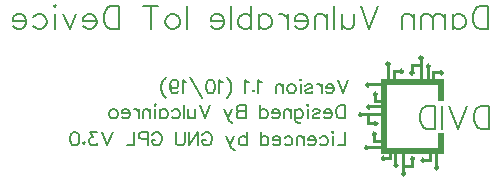
<source format=gbo>
G04 Layer: BottomSilkLayer*
G04 EasyEDA v6.2.46, 2019-10-16T15:20:01+02:00*
G04 17d91261987f4ea7b1e2a014808d89e6,c2ce4b80da084e9d99782b66b1536189,10*
G04 Gerber Generator version 0.2*
G04 Scale: 100 percent, Rotated: No, Reflected: No *
G04 Dimensions in millimeters *
G04 leading zeros omitted , absolute positions ,3 integer and 3 decimal *
%FSLAX33Y33*%
%MOMM*%
G90*
G71D02*

%ADD10C,0.254000*%
%ADD22C,0.203200*%

%LPD*%
G54D22*
G01X32450Y42923D02*
G01X32013Y41778D01*
G01X31577Y42923D02*
G01X32013Y41778D01*
G01X31217Y42214D02*
G01X30563Y42214D01*
G01X30563Y42323D01*
G01X30617Y42432D01*
G01X30672Y42487D01*
G01X30781Y42541D01*
G01X30944Y42541D01*
G01X31053Y42487D01*
G01X31163Y42378D01*
G01X31217Y42214D01*
G01X31217Y42105D01*
G01X31163Y41941D01*
G01X31053Y41832D01*
G01X30944Y41778D01*
G01X30781Y41778D01*
G01X30672Y41832D01*
G01X30563Y41941D01*
G01X30203Y42541D02*
G01X30203Y41778D01*
G01X30203Y42214D02*
G01X30148Y42378D01*
G01X30039Y42487D01*
G01X29930Y42541D01*
G01X29766Y42541D01*
G01X28806Y42378D02*
G01X28861Y42487D01*
G01X29024Y42541D01*
G01X29188Y42541D01*
G01X29352Y42487D01*
G01X29406Y42378D01*
G01X29352Y42269D01*
G01X29243Y42214D01*
G01X28970Y42160D01*
G01X28861Y42105D01*
G01X28806Y41996D01*
G01X28806Y41941D01*
G01X28861Y41832D01*
G01X29024Y41778D01*
G01X29188Y41778D01*
G01X29352Y41832D01*
G01X29406Y41941D01*
G01X28446Y42923D02*
G01X28392Y42869D01*
G01X28337Y42923D01*
G01X28392Y42978D01*
G01X28446Y42923D01*
G01X28392Y42541D02*
G01X28392Y41778D01*
G01X27704Y42541D02*
G01X27813Y42487D01*
G01X27923Y42378D01*
G01X27977Y42214D01*
G01X27977Y42105D01*
G01X27923Y41941D01*
G01X27813Y41832D01*
G01X27704Y41778D01*
G01X27541Y41778D01*
G01X27432Y41832D01*
G01X27323Y41941D01*
G01X27268Y42105D01*
G01X27268Y42214D01*
G01X27323Y42378D01*
G01X27432Y42487D01*
G01X27541Y42541D01*
G01X27704Y42541D01*
G01X26908Y42541D02*
G01X26908Y41778D01*
G01X26908Y42323D02*
G01X26744Y42487D01*
G01X26635Y42541D01*
G01X26472Y42541D01*
G01X26363Y42487D01*
G01X26308Y42323D01*
G01X26308Y41778D01*
G01X25108Y42705D02*
G01X24999Y42760D01*
G01X24835Y42923D01*
G01X24835Y41778D01*
G01X24421Y42050D02*
G01X24475Y41996D01*
G01X24421Y41941D01*
G01X24366Y41996D01*
G01X24421Y42050D01*
G01X24006Y42705D02*
G01X23897Y42760D01*
G01X23733Y42923D01*
G01X23733Y41778D01*
G01X22152Y43141D02*
G01X22261Y43032D01*
G01X22370Y42869D01*
G01X22479Y42650D01*
G01X22533Y42378D01*
G01X22533Y42160D01*
G01X22479Y41887D01*
G01X22370Y41669D01*
G01X22261Y41505D01*
G01X22152Y41396D01*
G01X21792Y42705D02*
G01X21683Y42760D01*
G01X21519Y42923D01*
G01X21519Y41778D01*
G01X20832Y42923D02*
G01X20995Y42869D01*
G01X21104Y42705D01*
G01X21159Y42432D01*
G01X21159Y42269D01*
G01X21104Y41996D01*
G01X20995Y41832D01*
G01X20832Y41778D01*
G01X20723Y41778D01*
G01X20559Y41832D01*
G01X20450Y41996D01*
G01X20395Y42269D01*
G01X20395Y42432D01*
G01X20450Y42705D01*
G01X20559Y42869D01*
G01X20723Y42923D01*
G01X20832Y42923D01*
G01X19053Y43141D02*
G01X20035Y41396D01*
G01X18693Y42705D02*
G01X18584Y42760D01*
G01X18421Y42923D01*
G01X18421Y41778D01*
G01X17352Y42541D02*
G01X17406Y42378D01*
G01X17515Y42269D01*
G01X17679Y42214D01*
G01X17733Y42214D01*
G01X17897Y42269D01*
G01X18006Y42378D01*
G01X18061Y42541D01*
G01X18061Y42596D01*
G01X18006Y42760D01*
G01X17897Y42869D01*
G01X17733Y42923D01*
G01X17679Y42923D01*
G01X17515Y42869D01*
G01X17406Y42760D01*
G01X17352Y42541D01*
G01X17352Y42269D01*
G01X17406Y41996D01*
G01X17515Y41832D01*
G01X17679Y41778D01*
G01X17788Y41778D01*
G01X17952Y41832D01*
G01X18006Y41941D01*
G01X16992Y43141D02*
G01X16883Y43032D01*
G01X16773Y42869D01*
G01X16664Y42650D01*
G01X16610Y42378D01*
G01X16610Y42160D01*
G01X16664Y41887D01*
G01X16773Y41669D01*
G01X16883Y41505D01*
G01X16992Y41396D01*
G01X44279Y49145D02*
G01X44279Y47205D01*
G01X44279Y49145D02*
G01X43632Y49145D01*
G01X43355Y49053D01*
G01X43170Y48868D01*
G01X43078Y48683D01*
G01X42986Y48406D01*
G01X42986Y47944D01*
G01X43078Y47667D01*
G01X43170Y47482D01*
G01X43355Y47298D01*
G01X43632Y47205D01*
G01X44279Y47205D01*
G01X41268Y48498D02*
G01X41268Y47205D01*
G01X41268Y48221D02*
G01X41452Y48406D01*
G01X41637Y48498D01*
G01X41914Y48498D01*
G01X42099Y48406D01*
G01X42284Y48221D01*
G01X42376Y47944D01*
G01X42376Y47760D01*
G01X42284Y47482D01*
G01X42099Y47298D01*
G01X41914Y47205D01*
G01X41637Y47205D01*
G01X41452Y47298D01*
G01X41268Y47482D01*
G01X40658Y48498D02*
G01X40658Y47205D01*
G01X40658Y48129D02*
G01X40381Y48406D01*
G01X40196Y48498D01*
G01X39919Y48498D01*
G01X39734Y48406D01*
G01X39642Y48129D01*
G01X39642Y47205D01*
G01X39642Y48129D02*
G01X39365Y48406D01*
G01X39180Y48498D01*
G01X38903Y48498D01*
G01X38718Y48406D01*
G01X38626Y48129D01*
G01X38626Y47205D01*
G01X38016Y48498D02*
G01X38016Y47205D01*
G01X38016Y48129D02*
G01X37739Y48406D01*
G01X37555Y48498D01*
G01X37277Y48498D01*
G01X37093Y48406D01*
G01X37000Y48129D01*
G01X37000Y47205D01*
G01X34968Y49145D02*
G01X34229Y47205D01*
G01X33491Y49145D02*
G01X34229Y47205D01*
G01X32881Y48498D02*
G01X32881Y47575D01*
G01X32789Y47298D01*
G01X32604Y47205D01*
G01X32327Y47205D01*
G01X32142Y47298D01*
G01X31865Y47575D01*
G01X31865Y48498D02*
G01X31865Y47205D01*
G01X31255Y49145D02*
G01X31255Y47205D01*
G01X30646Y48498D02*
G01X30646Y47205D01*
G01X30646Y48129D02*
G01X30369Y48406D01*
G01X30184Y48498D01*
G01X29907Y48498D01*
G01X29722Y48406D01*
G01X29630Y48129D01*
G01X29630Y47205D01*
G01X29020Y47944D02*
G01X27912Y47944D01*
G01X27912Y48129D01*
G01X28004Y48314D01*
G01X28097Y48406D01*
G01X28281Y48498D01*
G01X28558Y48498D01*
G01X28743Y48406D01*
G01X28928Y48221D01*
G01X29020Y47944D01*
G01X29020Y47760D01*
G01X28928Y47482D01*
G01X28743Y47298D01*
G01X28558Y47205D01*
G01X28281Y47205D01*
G01X28097Y47298D01*
G01X27912Y47482D01*
G01X27302Y48498D02*
G01X27302Y47205D01*
G01X27302Y47944D02*
G01X27210Y48221D01*
G01X27025Y48406D01*
G01X26840Y48498D01*
G01X26563Y48498D01*
G01X24845Y48498D02*
G01X24845Y47205D01*
G01X24845Y48221D02*
G01X25030Y48406D01*
G01X25215Y48498D01*
G01X25492Y48498D01*
G01X25677Y48406D01*
G01X25861Y48221D01*
G01X25954Y47944D01*
G01X25954Y47760D01*
G01X25861Y47482D01*
G01X25677Y47298D01*
G01X25492Y47205D01*
G01X25215Y47205D01*
G01X25030Y47298D01*
G01X24845Y47482D01*
G01X24236Y49145D02*
G01X24236Y47205D01*
G01X24236Y48221D02*
G01X24051Y48406D01*
G01X23866Y48498D01*
G01X23589Y48498D01*
G01X23404Y48406D01*
G01X23220Y48221D01*
G01X23127Y47944D01*
G01X23127Y47760D01*
G01X23220Y47482D01*
G01X23404Y47298D01*
G01X23589Y47205D01*
G01X23866Y47205D01*
G01X24051Y47298D01*
G01X24236Y47482D01*
G01X22518Y49145D02*
G01X22518Y47205D01*
G01X21908Y47944D02*
G01X20800Y47944D01*
G01X20800Y48129D01*
G01X20892Y48314D01*
G01X20985Y48406D01*
G01X21169Y48498D01*
G01X21446Y48498D01*
G01X21631Y48406D01*
G01X21816Y48221D01*
G01X21908Y47944D01*
G01X21908Y47760D01*
G01X21816Y47482D01*
G01X21631Y47298D01*
G01X21446Y47205D01*
G01X21169Y47205D01*
G01X20985Y47298D01*
G01X20800Y47482D01*
G01X18768Y49145D02*
G01X18768Y47205D01*
G01X17696Y48498D02*
G01X17881Y48406D01*
G01X18066Y48221D01*
G01X18158Y47944D01*
G01X18158Y47760D01*
G01X18066Y47482D01*
G01X17881Y47298D01*
G01X17696Y47205D01*
G01X17419Y47205D01*
G01X17235Y47298D01*
G01X17050Y47482D01*
G01X16957Y47760D01*
G01X16957Y47944D01*
G01X17050Y48221D01*
G01X17235Y48406D01*
G01X17419Y48498D01*
G01X17696Y48498D01*
G01X15701Y49145D02*
G01X15701Y47205D01*
G01X16348Y49145D02*
G01X15055Y49145D01*
G01X13023Y49145D02*
G01X13023Y47205D01*
G01X13023Y49145D02*
G01X12376Y49145D01*
G01X12099Y49053D01*
G01X11914Y48868D01*
G01X11822Y48683D01*
G01X11730Y48406D01*
G01X11730Y47944D01*
G01X11822Y47667D01*
G01X11914Y47482D01*
G01X12099Y47298D01*
G01X12376Y47205D01*
G01X13023Y47205D01*
G01X11120Y47944D02*
G01X10012Y47944D01*
G01X10012Y48129D01*
G01X10104Y48314D01*
G01X10196Y48406D01*
G01X10381Y48498D01*
G01X10658Y48498D01*
G01X10843Y48406D01*
G01X11028Y48221D01*
G01X11120Y47944D01*
G01X11120Y47760D01*
G01X11028Y47482D01*
G01X10843Y47298D01*
G01X10658Y47205D01*
G01X10381Y47205D01*
G01X10196Y47298D01*
G01X10012Y47482D01*
G01X9402Y48498D02*
G01X8848Y47205D01*
G01X8294Y48498D02*
G01X8848Y47205D01*
G01X7684Y49145D02*
G01X7592Y49053D01*
G01X7499Y49145D01*
G01X7592Y49237D01*
G01X7684Y49145D01*
G01X7592Y48498D02*
G01X7592Y47205D01*
G01X5781Y48221D02*
G01X5966Y48406D01*
G01X6151Y48498D01*
G01X6428Y48498D01*
G01X6613Y48406D01*
G01X6797Y48221D01*
G01X6890Y47944D01*
G01X6890Y47760D01*
G01X6797Y47482D01*
G01X6613Y47298D01*
G01X6428Y47205D01*
G01X6151Y47205D01*
G01X5966Y47298D01*
G01X5781Y47482D01*
G01X5172Y47944D02*
G01X4064Y47944D01*
G01X4064Y48129D01*
G01X4156Y48314D01*
G01X4248Y48406D01*
G01X4433Y48498D01*
G01X4710Y48498D01*
G01X4895Y48406D01*
G01X5080Y48221D01*
G01X5172Y47944D01*
G01X5172Y47760D01*
G01X5080Y47482D01*
G01X4895Y47298D01*
G01X4710Y47205D01*
G01X4433Y47205D01*
G01X4248Y47298D01*
G01X4064Y47482D01*
G01X32166Y40801D02*
G01X32166Y39655D01*
G01X32166Y40801D02*
G01X31784Y40801D01*
G01X31621Y40746D01*
G01X31512Y40637D01*
G01X31457Y40528D01*
G01X31402Y40364D01*
G01X31402Y40092D01*
G01X31457Y39928D01*
G01X31512Y39819D01*
G01X31621Y39710D01*
G01X31784Y39655D01*
G01X32166Y39655D01*
G01X31042Y40092D02*
G01X30388Y40092D01*
G01X30388Y40201D01*
G01X30442Y40310D01*
G01X30497Y40364D01*
G01X30606Y40419D01*
G01X30770Y40419D01*
G01X30879Y40364D01*
G01X30988Y40255D01*
G01X31042Y40092D01*
G01X31042Y39983D01*
G01X30988Y39819D01*
G01X30879Y39710D01*
G01X30770Y39655D01*
G01X30606Y39655D01*
G01X30497Y39710D01*
G01X30388Y39819D01*
G01X29428Y40255D02*
G01X29482Y40364D01*
G01X29646Y40419D01*
G01X29810Y40419D01*
G01X29973Y40364D01*
G01X30028Y40255D01*
G01X29973Y40146D01*
G01X29864Y40092D01*
G01X29591Y40037D01*
G01X29482Y39983D01*
G01X29428Y39874D01*
G01X29428Y39819D01*
G01X29482Y39710D01*
G01X29646Y39655D01*
G01X29810Y39655D01*
G01X29973Y39710D01*
G01X30028Y39819D01*
G01X29068Y40801D02*
G01X29013Y40746D01*
G01X28959Y40801D01*
G01X29013Y40855D01*
G01X29068Y40801D01*
G01X29013Y40419D02*
G01X29013Y39655D01*
G01X27944Y40419D02*
G01X27944Y39546D01*
G01X27999Y39383D01*
G01X28053Y39328D01*
G01X28162Y39274D01*
G01X28326Y39274D01*
G01X28435Y39328D01*
G01X27944Y40255D02*
G01X28053Y40364D01*
G01X28162Y40419D01*
G01X28326Y40419D01*
G01X28435Y40364D01*
G01X28544Y40255D01*
G01X28599Y40092D01*
G01X28599Y39983D01*
G01X28544Y39819D01*
G01X28435Y39710D01*
G01X28326Y39655D01*
G01X28162Y39655D01*
G01X28053Y39710D01*
G01X27944Y39819D01*
G01X27584Y40419D02*
G01X27584Y39655D01*
G01X27584Y40201D02*
G01X27421Y40364D01*
G01X27312Y40419D01*
G01X27148Y40419D01*
G01X27039Y40364D01*
G01X26984Y40201D01*
G01X26984Y39655D01*
G01X26624Y40092D02*
G01X25970Y40092D01*
G01X25970Y40201D01*
G01X26024Y40310D01*
G01X26079Y40364D01*
G01X26188Y40419D01*
G01X26351Y40419D01*
G01X26461Y40364D01*
G01X26570Y40255D01*
G01X26624Y40092D01*
G01X26624Y39983D01*
G01X26570Y39819D01*
G01X26461Y39710D01*
G01X26351Y39655D01*
G01X26188Y39655D01*
G01X26079Y39710D01*
G01X25970Y39819D01*
G01X24955Y40801D02*
G01X24955Y39655D01*
G01X24955Y40255D02*
G01X25064Y40364D01*
G01X25173Y40419D01*
G01X25337Y40419D01*
G01X25446Y40364D01*
G01X25555Y40255D01*
G01X25610Y40092D01*
G01X25610Y39983D01*
G01X25555Y39819D01*
G01X25446Y39710D01*
G01X25337Y39655D01*
G01X25173Y39655D01*
G01X25064Y39710D01*
G01X24955Y39819D01*
G01X23755Y40801D02*
G01X23755Y39655D01*
G01X23755Y40801D02*
G01X23264Y40801D01*
G01X23101Y40746D01*
G01X23046Y40692D01*
G01X22992Y40583D01*
G01X22992Y40474D01*
G01X23046Y40364D01*
G01X23101Y40310D01*
G01X23264Y40255D01*
G01X23755Y40255D02*
G01X23264Y40255D01*
G01X23101Y40201D01*
G01X23046Y40146D01*
G01X22992Y40037D01*
G01X22992Y39874D01*
G01X23046Y39764D01*
G01X23101Y39710D01*
G01X23264Y39655D01*
G01X23755Y39655D01*
G01X22577Y40419D02*
G01X22250Y39655D01*
G01X21922Y40419D02*
G01X22250Y39655D01*
G01X22359Y39437D01*
G01X22468Y39328D01*
G01X22577Y39274D01*
G01X22632Y39274D01*
G01X20722Y40801D02*
G01X20286Y39655D01*
G01X19850Y40801D02*
G01X20286Y39655D01*
G01X19490Y40419D02*
G01X19490Y39874D01*
G01X19435Y39710D01*
G01X19326Y39655D01*
G01X19162Y39655D01*
G01X19053Y39710D01*
G01X18890Y39874D01*
G01X18890Y40419D02*
G01X18890Y39655D01*
G01X18530Y40801D02*
G01X18530Y39655D01*
G01X17515Y40255D02*
G01X17624Y40364D01*
G01X17733Y40419D01*
G01X17897Y40419D01*
G01X18006Y40364D01*
G01X18115Y40255D01*
G01X18170Y40092D01*
G01X18170Y39983D01*
G01X18115Y39819D01*
G01X18006Y39710D01*
G01X17897Y39655D01*
G01X17733Y39655D01*
G01X17624Y39710D01*
G01X17515Y39819D01*
G01X16501Y40419D02*
G01X16501Y39655D01*
G01X16501Y40255D02*
G01X16610Y40364D01*
G01X16719Y40419D01*
G01X16882Y40419D01*
G01X16992Y40364D01*
G01X17101Y40255D01*
G01X17155Y40092D01*
G01X17155Y39983D01*
G01X17101Y39819D01*
G01X16992Y39710D01*
G01X16882Y39655D01*
G01X16719Y39655D01*
G01X16610Y39710D01*
G01X16501Y39819D01*
G01X16141Y40801D02*
G01X16086Y40746D01*
G01X16032Y40801D01*
G01X16086Y40855D01*
G01X16141Y40801D01*
G01X16086Y40419D02*
G01X16086Y39655D01*
G01X15672Y40419D02*
G01X15672Y39655D01*
G01X15672Y40201D02*
G01X15508Y40364D01*
G01X15399Y40419D01*
G01X15235Y40419D01*
G01X15126Y40364D01*
G01X15072Y40201D01*
G01X15072Y39655D01*
G01X14712Y40419D02*
G01X14712Y39655D01*
G01X14712Y40092D02*
G01X14657Y40255D01*
G01X14548Y40364D01*
G01X14439Y40419D01*
G01X14275Y40419D01*
G01X13915Y40092D02*
G01X13261Y40092D01*
G01X13261Y40201D01*
G01X13315Y40310D01*
G01X13370Y40364D01*
G01X13479Y40419D01*
G01X13642Y40419D01*
G01X13752Y40364D01*
G01X13861Y40255D01*
G01X13915Y40092D01*
G01X13915Y39983D01*
G01X13861Y39819D01*
G01X13752Y39710D01*
G01X13642Y39655D01*
G01X13479Y39655D01*
G01X13370Y39710D01*
G01X13261Y39819D01*
G01X12628Y40419D02*
G01X12737Y40364D01*
G01X12846Y40255D01*
G01X12901Y40092D01*
G01X12901Y39983D01*
G01X12846Y39819D01*
G01X12737Y39710D01*
G01X12628Y39655D01*
G01X12464Y39655D01*
G01X12355Y39710D01*
G01X12246Y39819D01*
G01X12192Y39983D01*
G01X12192Y40092D01*
G01X12246Y40255D01*
G01X12355Y40364D01*
G01X12464Y40419D01*
G01X12628Y40419D01*
G01X32180Y38515D02*
G01X32180Y37369D01*
G01X32180Y37369D02*
G01X31526Y37369D01*
G01X31166Y38515D02*
G01X31111Y38460D01*
G01X31057Y38515D01*
G01X31111Y38569D01*
G01X31166Y38515D01*
G01X31111Y38133D02*
G01X31111Y37369D01*
G01X30042Y37969D02*
G01X30151Y38078D01*
G01X30260Y38133D01*
G01X30424Y38133D01*
G01X30533Y38078D01*
G01X30642Y37969D01*
G01X30697Y37806D01*
G01X30697Y37697D01*
G01X30642Y37533D01*
G01X30533Y37424D01*
G01X30424Y37369D01*
G01X30260Y37369D01*
G01X30151Y37424D01*
G01X30042Y37533D01*
G01X29682Y37806D02*
G01X29028Y37806D01*
G01X29028Y37915D01*
G01X29082Y38024D01*
G01X29137Y38078D01*
G01X29246Y38133D01*
G01X29409Y38133D01*
G01X29519Y38078D01*
G01X29628Y37969D01*
G01X29682Y37806D01*
G01X29682Y37697D01*
G01X29628Y37533D01*
G01X29519Y37424D01*
G01X29409Y37369D01*
G01X29246Y37369D01*
G01X29137Y37424D01*
G01X29028Y37533D01*
G01X28668Y38133D02*
G01X28668Y37369D01*
G01X28668Y37915D02*
G01X28504Y38078D01*
G01X28395Y38133D01*
G01X28231Y38133D01*
G01X28122Y38078D01*
G01X28068Y37915D01*
G01X28068Y37369D01*
G01X27053Y37969D02*
G01X27162Y38078D01*
G01X27271Y38133D01*
G01X27435Y38133D01*
G01X27544Y38078D01*
G01X27653Y37969D01*
G01X27708Y37806D01*
G01X27708Y37697D01*
G01X27653Y37533D01*
G01X27544Y37424D01*
G01X27435Y37369D01*
G01X27271Y37369D01*
G01X27162Y37424D01*
G01X27053Y37533D01*
G01X26693Y37806D02*
G01X26039Y37806D01*
G01X26039Y37915D01*
G01X26093Y38024D01*
G01X26148Y38078D01*
G01X26257Y38133D01*
G01X26420Y38133D01*
G01X26529Y38078D01*
G01X26639Y37969D01*
G01X26693Y37806D01*
G01X26693Y37697D01*
G01X26639Y37533D01*
G01X26529Y37424D01*
G01X26420Y37369D01*
G01X26257Y37369D01*
G01X26148Y37424D01*
G01X26039Y37533D01*
G01X25024Y38515D02*
G01X25024Y37369D01*
G01X25024Y37969D02*
G01X25133Y38078D01*
G01X25242Y38133D01*
G01X25406Y38133D01*
G01X25515Y38078D01*
G01X25624Y37969D01*
G01X25679Y37806D01*
G01X25679Y37697D01*
G01X25624Y37533D01*
G01X25515Y37424D01*
G01X25406Y37369D01*
G01X25242Y37369D01*
G01X25133Y37424D01*
G01X25024Y37533D01*
G01X23824Y38515D02*
G01X23824Y37369D01*
G01X23824Y37969D02*
G01X23715Y38078D01*
G01X23606Y38133D01*
G01X23442Y38133D01*
G01X23333Y38078D01*
G01X23224Y37969D01*
G01X23169Y37806D01*
G01X23169Y37697D01*
G01X23224Y37533D01*
G01X23333Y37424D01*
G01X23442Y37369D01*
G01X23606Y37369D01*
G01X23715Y37424D01*
G01X23824Y37533D01*
G01X22755Y38133D02*
G01X22428Y37369D01*
G01X22100Y38133D02*
G01X22428Y37369D01*
G01X22537Y37151D01*
G01X22646Y37042D01*
G01X22755Y36988D01*
G01X22809Y36988D01*
G01X20082Y38242D02*
G01X20137Y38351D01*
G01X20246Y38460D01*
G01X20355Y38515D01*
G01X20573Y38515D01*
G01X20682Y38460D01*
G01X20791Y38351D01*
G01X20846Y38242D01*
G01X20900Y38078D01*
G01X20900Y37806D01*
G01X20846Y37642D01*
G01X20791Y37533D01*
G01X20682Y37424D01*
G01X20573Y37369D01*
G01X20355Y37369D01*
G01X20246Y37424D01*
G01X20137Y37533D01*
G01X20082Y37642D01*
G01X20082Y37806D01*
G01X20355Y37806D02*
G01X20082Y37806D01*
G01X19722Y38515D02*
G01X19722Y37369D01*
G01X19722Y38515D02*
G01X18959Y37369D01*
G01X18959Y38515D02*
G01X18959Y37369D01*
G01X18599Y38515D02*
G01X18599Y37697D01*
G01X18544Y37533D01*
G01X18435Y37424D01*
G01X18271Y37369D01*
G01X18162Y37369D01*
G01X17999Y37424D01*
G01X17889Y37533D01*
G01X17835Y37697D01*
G01X17835Y38515D01*
G01X15817Y38242D02*
G01X15871Y38351D01*
G01X15980Y38460D01*
G01X16089Y38515D01*
G01X16308Y38515D01*
G01X16417Y38460D01*
G01X16526Y38351D01*
G01X16580Y38242D01*
G01X16635Y38078D01*
G01X16635Y37806D01*
G01X16580Y37642D01*
G01X16526Y37533D01*
G01X16417Y37424D01*
G01X16308Y37369D01*
G01X16089Y37369D01*
G01X15980Y37424D01*
G01X15871Y37533D01*
G01X15817Y37642D01*
G01X15817Y37806D01*
G01X16089Y37806D02*
G01X15817Y37806D01*
G01X15457Y38515D02*
G01X15457Y37369D01*
G01X15457Y38515D02*
G01X14966Y38515D01*
G01X14802Y38460D01*
G01X14748Y38406D01*
G01X14693Y38297D01*
G01X14693Y38133D01*
G01X14748Y38024D01*
G01X14802Y37969D01*
G01X14966Y37915D01*
G01X15457Y37915D01*
G01X14333Y38515D02*
G01X14333Y37369D01*
G01X14333Y37369D02*
G01X13679Y37369D01*
G01X12479Y38515D02*
G01X12042Y37369D01*
G01X11606Y38515D02*
G01X12042Y37369D01*
G01X11137Y38515D02*
G01X10537Y38515D01*
G01X10864Y38078D01*
G01X10700Y38078D01*
G01X10591Y38024D01*
G01X10537Y37969D01*
G01X10482Y37806D01*
G01X10482Y37697D01*
G01X10537Y37533D01*
G01X10646Y37424D01*
G01X10809Y37369D01*
G01X10973Y37369D01*
G01X11137Y37424D01*
G01X11191Y37478D01*
G01X11246Y37588D01*
G01X10068Y37642D02*
G01X10122Y37588D01*
G01X10068Y37533D01*
G01X10013Y37588D01*
G01X10068Y37642D01*
G01X9326Y38515D02*
G01X9489Y38460D01*
G01X9599Y38297D01*
G01X9653Y38024D01*
G01X9653Y37860D01*
G01X9599Y37588D01*
G01X9489Y37424D01*
G01X9326Y37369D01*
G01X9217Y37369D01*
G01X9053Y37424D01*
G01X8944Y37588D01*
G01X8890Y37860D01*
G01X8890Y38024D01*
G01X8944Y38297D01*
G01X9053Y38460D01*
G01X9217Y38515D01*
G01X9326Y38515D01*
G01X44364Y40724D02*
G01X44364Y38784D01*
G01X44364Y40724D02*
G01X43717Y40724D01*
G01X43440Y40632D01*
G01X43255Y40447D01*
G01X43163Y40262D01*
G01X43071Y39985D01*
G01X43071Y39523D01*
G01X43163Y39246D01*
G01X43255Y39061D01*
G01X43440Y38877D01*
G01X43717Y38784D01*
G01X44364Y38784D01*
G01X42461Y40724D02*
G01X41722Y38784D01*
G01X40983Y40724D02*
G01X41722Y38784D01*
G01X40374Y40724D02*
G01X40374Y38784D01*
G01X39764Y40724D02*
G01X39764Y38784D01*
G01X39764Y40724D02*
G01X39118Y40724D01*
G01X38840Y40632D01*
G01X38656Y40447D01*
G01X38563Y40262D01*
G01X38471Y39985D01*
G01X38471Y39523D01*
G01X38563Y39246D01*
G01X38656Y39061D01*
G01X38840Y38877D01*
G01X39118Y38784D01*
G01X39764Y38784D01*
G54D10*
G75*
G01X35931Y44280D02*
G03X35931Y44280I-127J0D01*
G01*
G75*
G01X37074Y43645D02*
G03X37074Y43645I-127J0D01*
G01*
G75*
G01X39360Y44090D02*
G03X39360Y44090I-127J0D01*
G01*
G75*
G01X40440Y43518D02*
G03X40440Y43518I-127J0D01*
G01*
G75*
G01X37963Y43518D02*
G03X37963Y43518I-127J0D01*
G01*
G75*
G01X38725Y44788D02*
G03X38725Y44788I-127J0D01*
G01*
G75*
G01X34122Y37200D02*
G03X34122Y37200I-127J0D01*
G01*
G75*
G01X34757Y38343D02*
G03X34757Y38343I-127J0D01*
G01*
G75*
G01X34312Y40629D02*
G03X34312Y40629I-127J0D01*
G01*
G75*
G01X34884Y41709D02*
G03X34884Y41709I-127J0D01*
G01*
G75*
G01X34884Y39232D02*
G03X34884Y39232I-127J0D01*
G01*
G75*
G01X33614Y39994D02*
G03X33614Y39994I-127J0D01*
G01*
G75*
G01X34217Y42502D02*
G03X34217Y42502I-127J0D01*
G01*
G75*
G01X40027Y35486D02*
G03X40027Y35486I-127J0D01*
G01*
G75*
G01X38884Y36121D02*
G03X38884Y36121I-127J0D01*
G01*
G75*
G01X36598Y35676D02*
G03X36598Y35676I-127J0D01*
G01*
G75*
G01X37995Y36248D02*
G03X37995Y36248I-127J0D01*
G01*
G75*
G01X37233Y34978D02*
G03X37233Y34978I-127J0D01*
G01*
G75*
G01X35550Y36279D02*
G03X35550Y36279I-127J0D01*
G01*
G36*
G01X39995Y38438D02*
G01X40503Y38438D01*
G01X40503Y36660D01*
G01X39995Y36660D01*
G01X39995Y38438D01*
G37*
G36*
G01X39995Y42883D02*
G01X40503Y42883D01*
G01X40503Y41105D01*
G01X39995Y41105D01*
G01X39995Y42883D01*
G37*
G36*
G01X35169Y43010D02*
G01X40503Y43010D01*
G01X40503Y42502D01*
G01X35169Y42502D01*
G01X35169Y43010D01*
G37*
G36*
G01X35169Y42883D02*
G01X35677Y42883D01*
G01X35677Y36660D01*
G01X35169Y36660D01*
G01X35169Y42883D01*
G37*
G36*
G01X35169Y37168D02*
G01X40503Y37168D01*
G01X40503Y36660D01*
G01X35169Y36660D01*
G01X35169Y37168D01*
G37*
G36*
G01X35677Y44280D02*
G01X35931Y44280D01*
G01X35931Y43010D01*
G01X35677Y43010D01*
G01X35677Y44280D01*
G37*
G36*
G01X36185Y43772D02*
G01X36439Y43772D01*
G01X36439Y43010D01*
G01X36185Y43010D01*
G01X36185Y43772D01*
G37*
G36*
G01X36185Y43772D02*
G01X36947Y43772D01*
G01X36947Y43518D01*
G01X36185Y43518D01*
G01X36185Y43772D01*
G37*
G36*
G01X37709Y44280D02*
G01X38471Y44280D01*
G01X38471Y44026D01*
G01X37709Y44026D01*
G01X37709Y44280D01*
G37*
G36*
G01X37709Y44280D02*
G01X37963Y44280D01*
G01X37963Y43518D01*
G01X37709Y43518D01*
G01X37709Y44280D01*
G37*
G36*
G01X38471Y44788D02*
G01X38725Y44788D01*
G01X38725Y43010D01*
G01X38471Y43010D01*
G01X38471Y44788D01*
G37*
G36*
G01X39106Y44089D02*
G01X39360Y44089D01*
G01X39360Y42819D01*
G01X39106Y42819D01*
G01X39106Y44089D01*
G37*
G36*
G01X39550Y43645D02*
G01X39804Y43645D01*
G01X39804Y42883D01*
G01X39550Y42883D01*
G01X39550Y43645D01*
G37*
G36*
G01X39550Y43645D02*
G01X40312Y43645D01*
G01X40312Y43391D01*
G01X39550Y43391D01*
G01X39550Y43645D01*
G37*
G36*
G01X33994Y37327D02*
G01X35264Y37327D01*
G01X35264Y37073D01*
G01X33994Y37073D01*
G01X33994Y37327D01*
G37*
G36*
G01X34502Y37835D02*
G01X35264Y37835D01*
G01X35264Y37581D01*
G01X34502Y37581D01*
G01X34502Y37835D01*
G37*
G36*
G01X34502Y38343D02*
G01X34756Y38343D01*
G01X34756Y37581D01*
G01X34502Y37581D01*
G01X34502Y38343D01*
G37*
G36*
G01X33994Y39867D02*
G01X34248Y39867D01*
G01X34248Y39105D01*
G01X33994Y39105D01*
G01X33994Y39867D01*
G37*
G36*
G01X33994Y39359D02*
G01X34756Y39359D01*
G01X34756Y39105D01*
G01X33994Y39105D01*
G01X33994Y39359D01*
G37*
G36*
G01X33486Y40121D02*
G01X35264Y40121D01*
G01X35264Y39867D01*
G01X33486Y39867D01*
G01X33486Y40121D01*
G37*
G36*
G01X34185Y40756D02*
G01X35455Y40756D01*
G01X35455Y40502D01*
G01X34185Y40502D01*
G01X34185Y40756D01*
G37*
G36*
G01X34629Y41200D02*
G01X35391Y41200D01*
G01X35391Y40946D01*
G01X34629Y40946D01*
G01X34629Y41200D01*
G37*
G36*
G01X34629Y41708D02*
G01X34883Y41708D01*
G01X34883Y40946D01*
G01X34629Y40946D01*
G01X34629Y41708D01*
G37*
G36*
G01X34089Y42629D02*
G01X35359Y42629D01*
G01X35359Y42375D01*
G01X34089Y42375D01*
G01X34089Y42629D01*
G37*
G36*
G01X39773Y36755D02*
G01X40027Y36755D01*
G01X40027Y35485D01*
G01X39773Y35485D01*
G01X39773Y36755D01*
G37*
G36*
G01X39265Y36755D02*
G01X39519Y36755D01*
G01X39519Y35993D01*
G01X39265Y35993D01*
G01X39265Y36755D01*
G37*
G36*
G01X38757Y36247D02*
G01X39519Y36247D01*
G01X39519Y35993D01*
G01X38757Y35993D01*
G01X38757Y36247D01*
G37*
G36*
G01X37233Y35739D02*
G01X37995Y35739D01*
G01X37995Y35485D01*
G01X37233Y35485D01*
G01X37233Y35739D01*
G37*
G36*
G01X37741Y36247D02*
G01X37995Y36247D01*
G01X37995Y35485D01*
G01X37741Y35485D01*
G01X37741Y36247D01*
G37*
G36*
G01X36979Y36755D02*
G01X37233Y36755D01*
G01X37233Y34977D01*
G01X36979Y34977D01*
G01X36979Y36755D01*
G37*
G36*
G01X36344Y36946D02*
G01X36598Y36946D01*
G01X36598Y35676D01*
G01X36344Y35676D01*
G01X36344Y36946D01*
G37*
G36*
G01X35899Y36882D02*
G01X36153Y36882D01*
G01X36153Y36120D01*
G01X35899Y36120D01*
G01X35899Y36882D01*
G37*
G36*
G01X35391Y36374D02*
G01X36153Y36374D01*
G01X36153Y36120D01*
G01X35391Y36120D01*
G01X35391Y36374D01*
G37*
M00*
M02*

</source>
